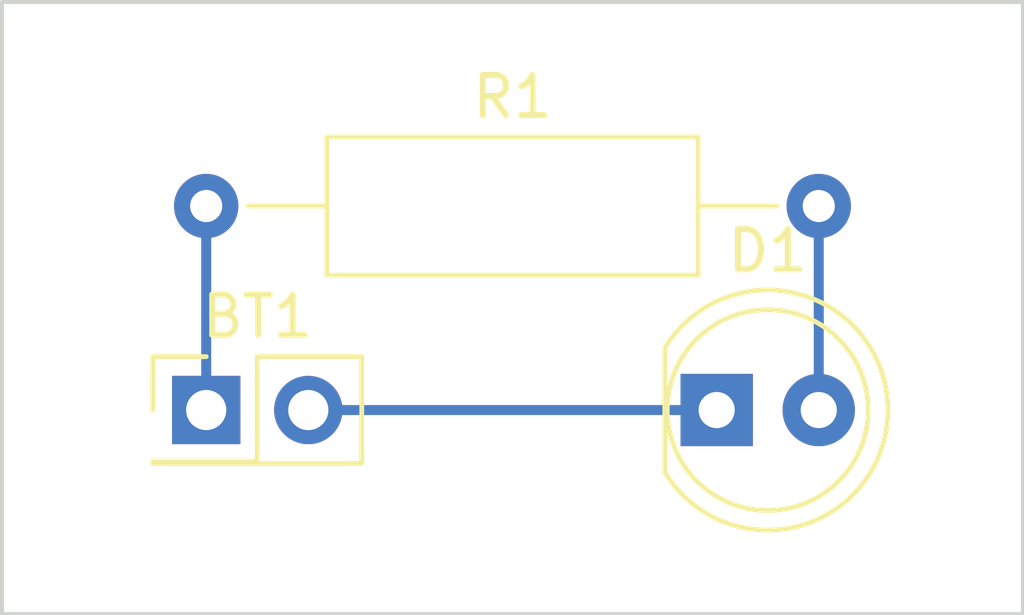
<source format=kicad_pcb>
(kicad_pcb (version 20211014) (generator pcbnew)
  (layers (0 "F.Cu" signal) (31 "B.Cu" signal) (34 "B.Paste" user) (35 "F.Paste" user) (36 "B.SilkS" user "B.Silkscreen") (37 "F.SilkS" user "F.Silkscreen") (38 "B.Mask" user) (39 "F.Mask" user) (44 "Edge.Cuts" user))
  (net 0 "")
  (net 1 "Net-(BT1-Pad1)")
  (net 2 "Net-(BT1-Pad2)")
  (net 3 "Net-(D1-Pad2)")
  (footprint "LED_THT:LED_D5.0mm" (layer "F.Cu") (at 66.04 40.64)
    (fp_text reference "D1" (at 1.27 -3.96) (layer "F.SilkS"))
    (fp_text value "LED")
    (fp_line (start -1.29 -1.545) (end -1.29 1.545) (layer "F.SilkS") (width 0.12))
    (fp_arc (start -1.29 -1.54483) (mid 2.072002 -2.880433) (end 4.26 0.000462) (layer "F.SilkS") (width 0.12))
    (fp_arc (start 4.26 -0.000462) (mid 2.072002 2.880433) (end -1.29 1.54483) (layer "F.SilkS") (width 0.12))
    (fp_circle (center 1.27 0) (end 3.77 0) (layer "F.SilkS") (width 0.12) (fill none))
    (pad "1" thru_hole rect (at 0 0) (size 1.8 1.8) (drill 0.9) (layers *.Cu *.Mask) (net 2 "Net-(BT1-Pad2)"))
    (pad "2" thru_hole circle (at 2.54 0) (size 1.8 1.8) (drill 0.9) (layers *.Cu *.Mask) (net 3 "Net-(D1-Pad2)"))
  )
  (footprint "Resistor_THT:R_Axial_DIN0309_L9.0mm_D3.2mm_P15.24mm_Horizontal" (layer "F.Cu") (at 53.34 35.56)
    (fp_text reference "R1" (at 7.62 -2.72) (layer "F.SilkS"))
    (fp_text value "450")
    (fp_line (start 12.24 -1.72) (end 3 -1.72) (layer "F.SilkS") (width 0.12))
    (fp_line (start 1.04 0) (end 3 0) (layer "F.SilkS") (width 0.12))
    (fp_line (start 14.2 0) (end 12.24 0) (layer "F.SilkS") (width 0.12))
    (fp_line (start 3 -1.72) (end 3 1.72) (layer "F.SilkS") (width 0.12))
    (fp_line (start 3 1.72) (end 12.24 1.72) (layer "F.SilkS") (width 0.12))
    (fp_line (start 12.24 1.72) (end 12.24 -1.72) (layer "F.SilkS") (width 0.12))
    (pad "1" thru_hole circle (at 0 0) (size 1.6 1.6) (drill 0.8) (layers *.Cu *.Mask) (net 1 "Net-(BT1-Pad1)"))
    (pad "2" thru_hole oval (at 15.24 0) (size 1.6 1.6) (drill 0.8) (layers *.Cu *.Mask) (net 3 "Net-(D1-Pad2)"))
  )
  (footprint "Connector_PinHeader_2.54mm:PinHeader_2x01_P2.54mm_Vertical" (layer "F.Cu") (at 53.34 40.64)
    (fp_text reference "BT1" (at 1.27 -2.33) (layer "F.SilkS"))
    (fp_text value "9V")
    (fp_line (start 1.27 1.27) (end 1.27 -1.33) (layer "F.SilkS") (width 0.12))
    (fp_line (start 3.87 -1.33) (end 3.87 1.33) (layer "F.SilkS") (width 0.12))
    (fp_line (start -1.33 0) (end -1.33 -1.33) (layer "F.SilkS") (width 0.12))
    (fp_line (start -1.33 -1.33) (end 0 -1.33) (layer "F.SilkS") (width 0.12))
    (fp_line (start -1.33 1.27) (end -1.33 1.33) (layer "F.SilkS") (width 0.12))
    (fp_line (start 1.27 -1.33) (end 3.87 -1.33) (layer "F.SilkS") (width 0.12))
    (fp_line (start -1.33 1.33) (end 3.87 1.33) (layer "F.SilkS") (width 0.12))
    (fp_line (start -1.33 1.27) (end 1.27 1.27) (layer "F.SilkS") (width 0.12))
    (pad "1" thru_hole rect (at 0 0) (size 1.7 1.7) (drill 1) (layers *.Cu *.Mask) (net 1 "Net-(BT1-Pad1)"))
    (pad "2" thru_hole oval (at 2.54 0) (size 1.7 1.7) (drill 1) (layers *.Cu *.Mask) (net 2 "Net-(BT1-Pad2)"))
  )
  (gr_rect (start 48.26 30.48) (end 73.66 45.72) (layer "Edge.Cuts") (width 0.1) (fill none))
  (segment (start 53.34 35.56) (end 53.34 40.64) (width 0.25) (layer "B.Cu") (net 1))
  (segment (start 55.88 40.64) (end 66.04 40.64) (width 0.25) (layer "B.Cu") (net 2))
  (segment (start 68.58 35.56) (end 68.58 40.64) (width 0.25) (layer "B.Cu") (net 3))
)
</source>
